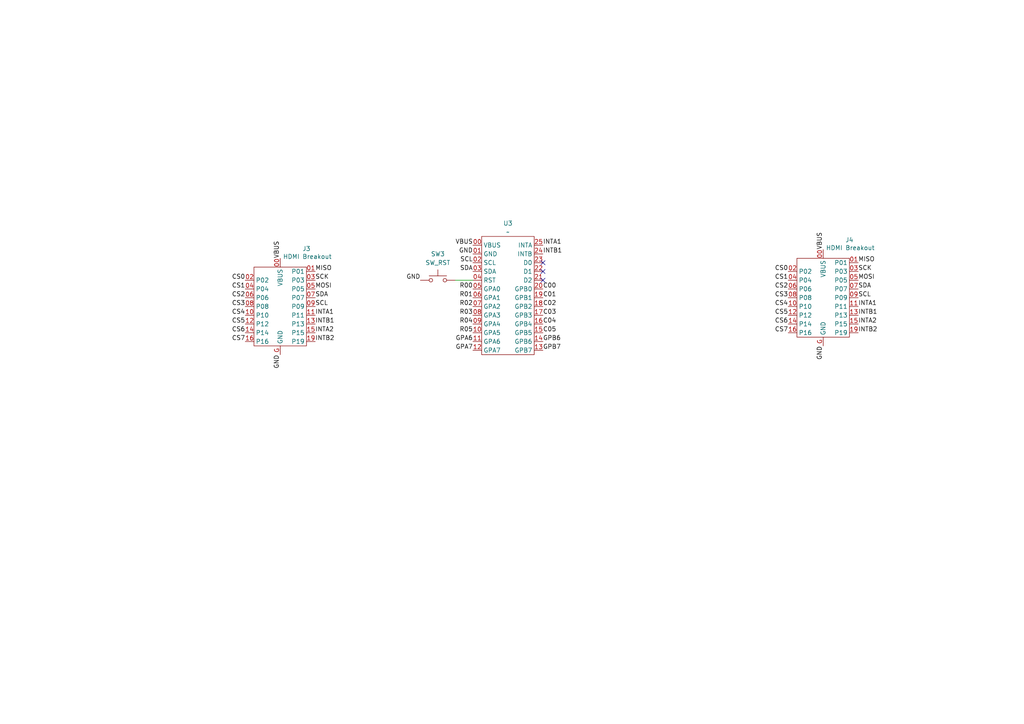
<source format=kicad_sch>
(kicad_sch (version 20250114) (generator "eeschema") (generator_version "9.0")
  (paper "A4")
  (lib_symbols
    (symbol "HDMI_Breakout_1"
      (property "Reference" "J" (at 0 -2.54 0))
      (symbol "HDMI_Breakout_1_0_1"
        (rectangle (start -7.62 11.43) (end 7.62 -11.43))
      )
      (symbol "HDMI_Breakout_1_1_1"
        (pin bidirectional line (at -10.16 7.62 0) (length 2.54) (name "P02") (number "02"))
        (pin bidirectional line (at -10.16 5.08 0) (length 2.54) (name "P04") (number "04"))
        (pin bidirectional line (at -10.16 2.54 0) (length 2.54) (name "P06") (number "06"))
        (pin bidirectional line (at -10.16 0 0) (length 2.54) (name "P08") (number "08"))
        (pin bidirectional line (at -10.16 -2.54 0) (length 2.54) (name "P10") (number "10"))
        (pin bidirectional line (at -10.16 -5.08 0) (length 2.54) (name "P12") (number "12"))
        (pin bidirectional line (at -10.16 -7.62 0) (length 2.54) (name "P14") (number "14"))
        (pin bidirectional line (at -10.16 -10.16 0) (length 2.54) (name "P16") (number "16"))
        (pin power_in line (at 0 13.97 270) (length 2.54) (name "VBUS") (number "00"))
        (pin power_in line (at 0 -13.97 90) (length 2.54) (name "GND") (number "G"))
        (pin bidirectional line (at 10.16 10.16 180) (length 2.54) (name "P01") (number "01"))
        (pin bidirectional line (at 10.16 7.62 180) (length 2.54) (name "P03") (number "03"))
        (pin bidirectional line (at 10.16 5.08 180) (length 2.54) (name "P05") (number "05"))
        (pin bidirectional line (at 10.16 2.54 180) (length 2.54) (name "P07") (number "07"))
        (pin bidirectional line (at 10.16 0 180) (length 2.54) (name "P09") (number "09"))
        (pin bidirectional line (at 10.16 -2.54 180) (length 2.54) (name "P11") (number "11"))
        (pin bidirectional line (at 10.16 -5.08 180) (length 2.54) (name "P13") (number "13"))
        (pin bidirectional line (at 10.16 -7.62 180) (length 2.54) (name "P15") (number "15"))
        (pin bidirectional line (at 10.16 -10.16 180) (length 2.54) (name "P19") (number "19"))
      )
    )
    (symbol "Switch:SW_Push" (pin_numbers (hide yes)) (pin_names (offset 1.016) (hide yes))
      (property "Reference" "SW" (at 1.27 2.54 0))
      (property "Value" "SW_Push" (at 0 -1.524 0))
      (symbol "SW_Push_0_1"
        (circle (center -2.032 0) (radius 0.508))
        (polyline (pts (xy 0 1.27) (xy 0 3.048)))
        (circle (center 2.032 0) (radius 0.508))
        (polyline (pts (xy 2.54 1.27) (xy -2.54 1.27)))
        (pin passive line (at -5.08 0 0) (length 2.54) (name "1") (number "1"))
        (pin passive line (at 5.08 0 180) (length 2.54) (name "2") (number "2"))
      )
    )
    (symbol "excelsior:HDMI_Breakout"
      (property "Reference" "J" (at 0 -2.54 0))
      (symbol "HDMI_Breakout_0_1"
        (rectangle (start -7.62 11.43) (end 7.62 -11.43))
      )
      (symbol "HDMI_Breakout_1_1"
        (pin bidirectional line (at -10.16 7.62 0) (length 2.54) (name "P02") (number "02"))
        (pin bidirectional line (at -10.16 5.08 0) (length 2.54) (name "P04") (number "04"))
        (pin bidirectional line (at -10.16 2.54 0) (length 2.54) (name "P06") (number "06"))
        (pin bidirectional line (at -10.16 0 0) (length 2.54) (name "P08") (number "08"))
        (pin bidirectional line (at -10.16 -2.54 0) (length 2.54) (name "P10") (number "10"))
        (pin bidirectional line (at -10.16 -5.08 0) (length 2.54) (name "P12") (number "12"))
        (pin bidirectional line (at -10.16 -7.62 0) (length 2.54) (name "P14") (number "14"))
        (pin bidirectional line (at -10.16 -10.16 0) (length 2.54) (name "P16") (number "16"))
        (pin power_in line (at 0 13.97 270) (length 2.54) (name "VBUS") (number "00"))
        (pin power_in line (at 0 -13.97 90) (length 2.54) (name "GND") (number "G"))
        (pin bidirectional line (at 10.16 10.16 180) (length 2.54) (name "P01") (number "01"))
        (pin bidirectional line (at 10.16 7.62 180) (length 2.54) (name "P03") (number "03"))
        (pin bidirectional line (at 10.16 5.08 180) (length 2.54) (name "P05") (number "05"))
        (pin bidirectional line (at 10.16 2.54 180) (length 2.54) (name "P07") (number "07"))
        (pin bidirectional line (at 10.16 0 180) (length 2.54) (name "P09") (number "09"))
        (pin bidirectional line (at 10.16 -2.54 180) (length 2.54) (name "P11") (number "11"))
        (pin bidirectional line (at 10.16 -5.08 180) (length 2.54) (name "P13") (number "13"))
        (pin bidirectional line (at 10.16 -7.62 180) (length 2.54) (name "P15") (number "15"))
        (pin bidirectional line (at 10.16 -10.16 180) (length 2.54) (name "P19") (number "19"))
      )
    )
    (symbol "excelsior:MCP23017_Breakout"
      (property "Reference" "U" (at 0 0 0))
      (symbol "MCP23017_Breakout_0_1"
        (rectangle (start -7.62 16.51) (end 7.62 -17.78))
      )
      (symbol "MCP23017_Breakout_1_1"
        (pin power_in line (at -10.16 13.97 0) (length 2.54) (name "VBUS") (number "00"))
        (pin power_in line (at -10.16 11.43 0) (length 2.54) (name "GND") (number "01"))
        (pin bidirectional line (at -10.16 8.89 0) (length 2.54) (name "SCL") (number "02"))
        (pin bidirectional line (at -10.16 6.35 0) (length 2.54) (name "SDA") (number "03"))
        (pin bidirectional line (at -10.16 3.81 0) (length 2.54) (name "RST") (number "04"))
        (pin bidirectional line (at -10.16 1.27 0) (length 2.54) (name "GPA0") (number "05"))
        (pin bidirectional line (at -10.16 -1.27 0) (length 2.54) (name "GPA1") (number "06"))
        (pin bidirectional line (at -10.16 -3.81 0) (length 2.54) (name "GPA2") (number "07"))
        (pin bidirectional line (at -10.16 -6.35 0) (length 2.54) (name "GPA3") (number "08"))
        (pin bidirectional line (at -10.16 -8.89 0) (length 2.54) (name "GPA4") (number "09"))
        (pin bidirectional line (at -10.16 -11.43 0) (length 2.54) (name "GPA5") (number "10"))
        (pin bidirectional line (at -10.16 -13.97 0) (length 2.54) (name "GPA6") (number "11"))
        (pin bidirectional line (at -10.16 -16.51 0) (length 2.54) (name "GPA7") (number "12"))
        (pin bidirectional line (at 10.16 13.97 180) (length 2.54) (name "INTA") (number "25"))
        (pin bidirectional line (at 10.16 11.43 180) (length 2.54) (name "INTB") (number "24"))
        (pin bidirectional line (at 10.16 8.89 180) (length 2.54) (name "D0") (number "23"))
        (pin bidirectional line (at 10.16 6.35 180) (length 2.54) (name "D1") (number "22"))
        (pin bidirectional line (at 10.16 3.81 180) (length 2.54) (name "D2") (number "21"))
        (pin bidirectional line (at 10.16 1.27 180) (length 2.54) (name "GPB0") (number "20"))
        (pin bidirectional line (at 10.16 -1.27 180) (length 2.54) (name "GPB1") (number "19"))
        (pin bidirectional line (at 10.16 -3.81 180) (length 2.54) (name "GPB2") (number "18"))
        (pin bidirectional line (at 10.16 -6.35 180) (length 2.54) (name "GPB3") (number "17"))
        (pin bidirectional line (at 10.16 -8.89 180) (length 2.54) (name "GPB4") (number "16"))
        (pin bidirectional line (at 10.16 -11.43 180) (length 2.54) (name "GPB5") (number "15"))
        (pin bidirectional line (at 10.16 -13.97 180) (length 2.54) (name "GPB6") (number "14"))
        (pin bidirectional line (at 10.16 -16.51 180) (length 2.54) (name "GPB7") (number "13"))
      )
    )
  )
  (no_connect (at 157.48 78.74))
  (no_connect (at 157.48 76.2))
  (no_connect (at 157.48 81.28))
  (wire (pts (xy 132.08 81.28) (xy 137.16 81.28)))
  (label "C01" (at 157.48 86.36 0))
  (label "INTA1" (at 248.92 88.9 0))
  (label "MOSI" (at 248.92 81.28 0))
  (label "R04" (at 137.16 93.98 180))
  (label "GND" (at 238.76 100.33 270))
  (label "INTB1" (at 248.92 91.44 0))
  (label "CS7" (at 71.12 99.06 180))
  (label "CS6" (at 228.6 93.98 180))
  (label "GND" (at 137.16 73.66 180))
  (label "CS5" (at 71.12 93.98 180))
  (label "SDA" (at 137.16 78.74 180))
  (label "GPA6" (at 137.16 99.06 180))
  (label "VBUS" (at 238.76 72.39 90))
  (label "R00" (at 137.16 83.82 180))
  (label "INTB1" (at 91.44 93.98 0))
  (label "SCL" (at 91.44 88.9 0))
  (label "C03" (at 157.48 91.44 0))
  (label "C02" (at 157.48 88.9 0))
  (label "MISO" (at 248.92 76.2 0))
  (label "SCK" (at 91.44 81.28 0))
  (label "CS4" (at 228.6 88.9 180))
  (label "CS6" (at 71.12 96.52 180))
  (label "SCK" (at 248.92 78.74 0))
  (label "CS1" (at 228.6 81.28 180))
  (label "VBUS" (at 81.28 74.93 90))
  (label "GND" (at 121.92 81.28 180))
  (label "CS2" (at 71.12 86.36 180))
  (label "INTB2" (at 248.92 96.52 0))
  (label "MISO" (at 91.44 78.74 0))
  (label "R02" (at 137.16 88.9 180))
  (label "C05" (at 157.48 96.52 0))
  (label "CS2" (at 228.6 83.82 180))
  (label "R01" (at 137.16 86.36 180))
  (label "INTA2" (at 91.44 96.52 0))
  (label "GPB7" (at 157.48 101.6 0))
  (label "R05" (at 137.16 96.52 180))
  (label "VBUS" (at 137.16 71.12 180))
  (label "INTB1" (at 157.48 73.66 0))
  (label "R03" (at 137.16 91.44 180))
  (label "SDA" (at 248.92 83.82 0))
  (label "CS3" (at 228.6 86.36 180))
  (label "INTA1" (at 91.44 91.44 0))
  (label "CS0" (at 71.12 81.28 180))
  (label "INTA1" (at 157.48 71.12 0))
  (label "C04" (at 157.48 93.98 0))
  (label "CS1" (at 71.12 83.82 180))
  (label "INTB2" (at 91.44 99.06 0))
  (label "SCL" (at 248.92 86.36 0))
  (label "CS3" (at 71.12 88.9 180))
  (label "GND" (at 81.28 102.87 270))
  (label "CS4" (at 71.12 91.44 180))
  (label "C00" (at 157.48 83.82 0))
  (label "GPB6" (at 157.48 99.06 0))
  (label "CS7" (at 228.6 96.52 180))
  (label "CS5" (at 228.6 91.44 180))
  (label "SDA" (at 91.44 86.36 0))
  (label "SCL" (at 137.16 76.2 180))
  (label "CS0" (at 228.6 78.74 180))
  (label "MOSI" (at 91.44 83.82 0))
  (label "GPA7" (at 137.16 101.6 180))
  (label "INTA2" (at 248.92 93.98 0))
  (symbol (lib_id "Switch:SW_Push") (at 127 81.28 0) (unit 1)
    (property "Reference" "SW3" (at 127 73.66 0))
    (property "Value" "SW_RST" (at 127 76.2 0))
    (property "Footprint" "Button_Switch_THT:SW_PUSH_6mm" (effects (hide yes)))
    (property "Description" "Push button switch, generic, two pins" (effects (hide yes)))
  )
  (symbol (lib_name "HDMI_Breakout_1") (lib_id "excelsior:HDMI_Breakout") (at 81.28 88.9 0) (unit 1)
    (property "Reference" "J3" (at 88.9 72.136 0))
    (property "Value" "HDMI Breakout" (at 89.154 74.422 0))
    (property "Footprint" "excelsior:HDMI_Breakout" (effects (hide yes)))
  )
  (symbol (lib_id "excelsior:HDMI_Breakout") (at 238.76 86.36 0) (unit 1)
    (property "Reference" "J4" (at 246.38 69.596 0))
    (property "Value" "HDMI Breakout" (at 246.634 71.882 0))
    (property "Footprint" "excelsior:HDMI_Breakout" (effects (hide yes)))
  )
  (symbol (lib_id "excelsior:MCP23017_Breakout") (at 147.32 85.09 0) (unit 1)
    (property "Reference" "U3" (at 147.32 64.77 0))
    (property "Value" "~" (at 147.32 67.31 0))
    (property "Footprint" "excelsior:MCP23017_Breakout" (effects (hide yes)))
  )
)
</source>
